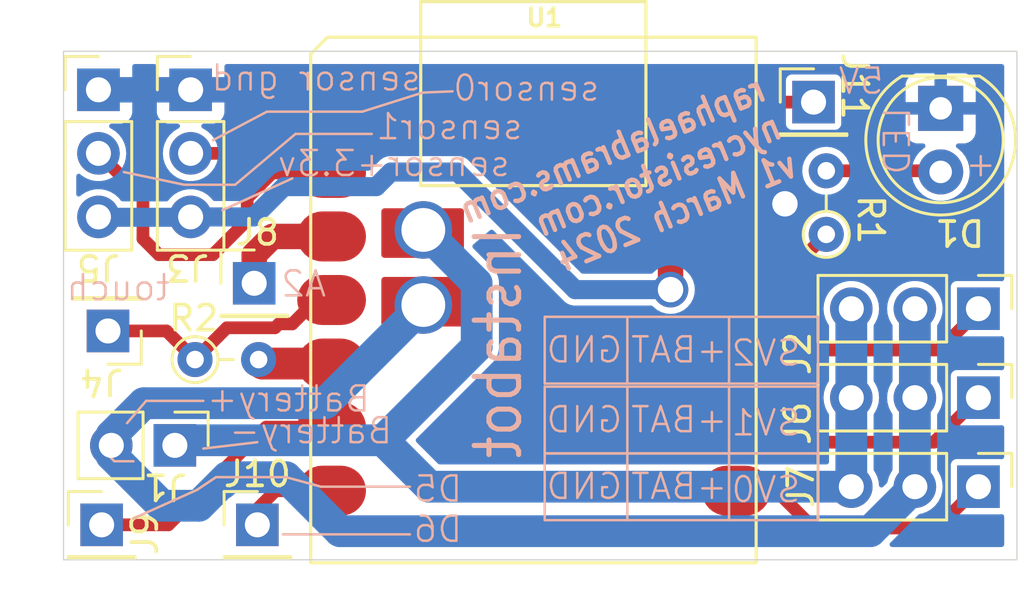
<source format=kicad_pcb>
(kicad_pcb (version 20240108) (generator "pcbnew") (generator_version "8.0")
  (layers (0 "F.Cu" signal) (31 "B.Cu" signal) (34 "B.Paste" user) (35 "F.Paste" user) (36 "B.SilkS" user "B.Silkscreen") (37 "F.SilkS" user "F.Silkscreen") (38 "B.Mask" user) (39 "F.Mask" user) (44 "Edge.Cuts" user))
  (net 0 "")
  (net 1 "GND")
  (net 2 "Net-(D1-A)")
  (net 3 "+BATT")
  (net 4 "+3.3V")
  (net 5 "/battery-")
  (net 6 "/servo2")
  (net 7 "/sensor0")
  (net 8 "/touch")
  (net 9 "/sensor1")
  (net 10 "/servo1")
  (net 11 "/servo0")
  (net 12 "/A2")
  (net 13 "/D5")
  (net 14 "/D6")
  (net 15 "/5V")
  (net 16 "/led")
  (net 17 "/touch_send")
  (footprint "Connector_PinHeader_2.54mm:PinHeader_1x03_P2.54mm_Vertical" (layer "F.Cu") (at 156.226 83.443 -90)
    (property "Reference" "J6" (at 1.023 7.224 90) (layer "F.SilkS"))
    (property "Value" "SERVO_1")
    (fp_line (start -1.33 6.41) (end 1.33 6.41) (stroke (width 0.12)) (layer "F.SilkS"))
    (fp_line (start -1.33 1.27) (end -1.33 6.41) (stroke (width 0.12)) (layer "F.SilkS"))
    (fp_line (start -1.33 1.27) (end 1.33 1.27) (stroke (width 0.12)) (layer "F.SilkS"))
    (fp_line (start 1.33 1.27) (end 1.33 6.41) (stroke (width 0.12)) (layer "F.SilkS"))
    (fp_line (start -1.33 0) (end -1.33 -1.33) (stroke (width 0.12)) (layer "F.SilkS"))
    (fp_line (start -1.33 -1.33) (end 0 -1.33) (stroke (width 0.12)) (layer "F.SilkS"))
    (pad "1" thru_hole rect (at 0 0 270) (size 1.7 1.7) (drill 1) (layers "*.Cu" "*.Mask") (net 10 "/servo1"))
    (pad "2" thru_hole oval (at 0 2.54 270) (size 1.7 1.7) (drill 1) (layers "*.Cu" "*.Mask") (net 3 "+BATT"))
    (pad "3" thru_hole oval (at 0 5.08 270) (size 1.7 1.7) (drill 1) (layers "*.Cu" "*.Mask") (net 5 "/battery-"))
  )
  (footprint "Connector_PinHeader_2.54mm:PinHeader_1x01_P2.54mm_Vertical" (layer "F.Cu") (at 127.285 78.871)
    (property "Reference" "J8" (at 0.127 -2.032 0) (layer "F.SilkS"))
    (property "Value" "D2/A2")
    (fp_line (start -1.33 -1.33) (end 0 -1.33) (stroke (width 0.12)) (layer "F.SilkS"))
    (fp_line (start -1.33 0) (end -1.33 -1.33) (stroke (width 0.12)) (layer "F.SilkS"))
    (fp_line (start -1.33 1.27) (end -1.33 1.33) (stroke (width 0.12)) (layer "F.SilkS"))
    (fp_line (start -1.33 1.27) (end 1.33 1.27) (stroke (width 0.12)) (layer "F.SilkS"))
    (fp_line (start -1.33 1.33) (end 1.33 1.33) (stroke (width 0.12)) (layer "F.SilkS"))
    (fp_line (start 1.33 1.27) (end 1.33 1.33) (stroke (width 0.12)) (layer "F.SilkS"))
    (pad "1" thru_hole rect (at 0 0) (size 1.7 1.7) (drill 1) (layers "*.Cu" "*.Mask") (net 12 "/A2"))
  )
  (footprint "Connector_PinHeader_2.54mm:PinHeader_1x02_P2.54mm_Vertical" (layer "F.Cu") (at 124.115 85.348 -90)
    (property "Reference" "J1" (at 1.651 0.386 180) (layer "F.SilkS"))
    (property "Value" "BATTERY")
    (fp_line (start -1.33 3.87) (end 1.33 3.87) (stroke (width 0.12)) (layer "F.SilkS"))
    (fp_line (start -1.33 1.27) (end -1.33 3.87) (stroke (width 0.12)) (layer "F.SilkS"))
    (fp_line (start -1.33 1.27) (end 1.33 1.27) (stroke (width 0.12)) (layer "F.SilkS"))
    (fp_line (start 1.33 1.27) (end 1.33 3.87) (stroke (width 0.12)) (layer "F.SilkS"))
    (fp_line (start -1.33 0) (end -1.33 -1.33) (stroke (width 0.12)) (layer "F.SilkS"))
    (fp_line (start -1.33 -1.33) (end 0 -1.33) (stroke (width 0.12)) (layer "F.SilkS"))
    (pad "1" thru_hole rect (at 0 0 270) (size 1.7 1.7) (drill 1) (layers "*.Cu" "*.Mask") (net 5 "/battery-"))
    (pad "2" thru_hole oval (at 0 2.54 270) (size 1.7 1.7) (drill 1) (layers "*.Cu" "*.Mask") (net 3 "+BATT"))
  )
  (footprint "Connector_PinHeader_2.54mm:PinHeader_1x01_P2.54mm_Vertical" (layer "F.Cu") (at 121.189 88.523)
    (property "Reference" "J9" (at 1.7272 0.3556 90) (layer "F.SilkS"))
    (property "Value" "D5")
    (fp_line (start -1.33 -1.33) (end 0 -1.33) (stroke (width 0.12)) (layer "F.SilkS"))
    (fp_line (start -1.33 0) (end -1.33 -1.33) (stroke (width 0.12)) (layer "F.SilkS"))
    (fp_line (start -1.33 1.27) (end -1.33 1.33) (stroke (width 0.12)) (layer "F.SilkS"))
    (fp_line (start -1.33 1.27) (end 1.33 1.27) (stroke (width 0.12)) (layer "F.SilkS"))
    (fp_line (start -1.33 1.33) (end 1.33 1.33) (stroke (width 0.12)) (layer "F.SilkS"))
    (fp_line (start 1.33 1.27) (end 1.33 1.33) (stroke (width 0.12)) (layer "F.SilkS"))
    (pad "1" thru_hole rect (at 0 0) (size 1.7 1.7) (drill 1) (layers "*.Cu" "*.Mask") (net 13 "/D5"))
  )
  (footprint "xiao esp32c3:MOUDLE14P-SMD-2.54-21X17.8MM_1_with_battery_pads" (layer "F.Cu") (at 129.5435 90.03925)
    (property "Reference" "U1" (at 9.3345 -21.7805 0) (layer "F.SilkS") (effects (font (size 0.7 0.7))))
    (property "Value" "MODULE-SEEEDUINO-XIAO-ESP32C3")
    (fp_line (start 0 -20.3285) (end 0 0) (stroke (width 0.127)) (layer "F.SilkS"))
    (fp_line (start 0 0) (end 17.8 0) (stroke (width 0.127)) (layer "F.SilkS"))
    (fp_line (start 0.671541 -21) (end 0 -20.3285) (stroke (width 0.127)) (layer "F.SilkS"))
    (fp_line (start 4.396 -15.072) (end 4.396 -22.425) (stroke (width 0.127)) (layer "F.SilkS"))
    (fp_line (start 4.4 -22.424) (end 13.395 -22.424) (stroke (width 0.127)) (layer "F.SilkS"))
    (fp_line (start 13.395 -22.424) (end 13.395 -15.072) (stroke (width 0.127)) (layer "F.SilkS"))
    (fp_line (start 13.395 -15.072) (end 4.396 -15.072) (stroke (width 0.127)) (layer "F.SilkS"))
    (fp_line (start 17.8 -21) (end 0.671541 -21) (stroke (width 0.127)) (layer "F.SilkS"))
    (fp_line (start 17.8 0) (end 17.8 -21) (stroke (width 0.127)) (layer "F.SilkS"))
    (pad "1" smd roundrect (at 0.835 -18.12) (size 2.75 2) (layers "F.Cu" "F.Paste" "F.Mask") (roundrect_rratio 0.5) (net 7 "/sensor0"))
    (pad "2" smd roundrect (at 0.835 -15.58) (size 2.75 2) (layers "F.Cu" "F.Paste" "F.Mask") (roundrect_rratio 0.5) (net 9 "/sensor1"))
    (pad "3" smd roundrect (at 0.835 -13.04) (size 2.75 2) (layers "F.Cu" "F.Paste" "F.Mask") (roundrect_rratio 0.5) (net 12 "/A2"))
    (pad "4" smd roundrect (at 0.835 -10.5) (size 2.75 2) (layers "F.Cu" "F.Paste" "F.Mask") (roundrect_rratio 0.5) (net 8 "/touch"))
    (pad "5" smd roundrect (at 0.835 -7.96) (size 2.75 2) (layers "F.Cu" "F.Paste" "F.Mask") (roundrect_rratio 0.5) (net 17 "/touch_send"))
    (pad "6" smd roundrect (at 0.835 -5.42) (size 2.75 2) (layers "F.Cu" "F.Paste" "F.Mask") (roundrect_rratio 0.5) (net 13 "/D5"))
    (pad "7" smd roundrect (at 0.835 -2.88) (size 2.75 2) (layers "F.Cu" "F.Paste" "F.Mask") (roundrect_rratio 0.5) (net 14 "/D6"))
    (pad "8" smd roundrect (at 17 -2.88) (size 2.75 2) (layers "F.Cu" "F.Paste" "F.Mask") (roundrect_rratio 0.5) (net 11 "/servo0"))
    (pad "9" smd roundrect (at 17 -5.42) (size 2.75 2) (layers "F.Cu" "F.Paste" "F.Mask") (roundrect_rratio 0.5) (net 10 "/servo1"))
    (pad "10" smd roundrect (at 17 -7.96) (size 2.75 2) (layers "F.Cu" "F.Paste" "F.Mask") (roundrect_rratio 0.5) (net 6 "/servo2"))
    (pad "11" smd roundrect (at 17 -10.5) (size 2.75 2) (layers "F.Cu" "F.Paste" "F.Mask") (roundrect_rratio 0.5) (net 16 "/led"))
    (pad "12" smd roundrect (at 17 -13.04) (size 2.75 2) (layers "F.Cu" "F.Paste" "F.Mask") (roundrect_rratio 0.5) (net 4 "+3.3V"))
    (pad "13" smd roundrect (at 17 -15.58) (size 2.75 2) (layers "F.Cu" "F.Paste" "F.Mask") (roundrect_rratio 0.5) (net 1 "GND"))
    (pad "14" smd roundrect (at 17 -18.12) (size 2.75 2) (layers "F.Cu" "F.Paste" "F.Mask") (roundrect_rratio 0.5) (net 15 "/5V"))
    (pad "15" thru_hole circle (at 4.5 -13.3) (size 2.3 2.3) (drill 1.75) (layers "*.Cu" "*.Mask") (net 5 "/battery-"))
    (pad "16" thru_hole circle (at 4.5 -10.3) (size 2.3 2.3) (drill 1.75) (layers "*.Cu" "*.Mask") (net 3 "+BATT"))
    (zone (net 0) (net_name "") (layer "F.Cu") (connect_pads (clearance 0)) (min_thickness 0.01)
      (keepout (tracks not_allowed) (vias not_allowed) (pads not_allowed) (copperpour not_allowed) (footprints allowed))
      (fill (thermal_gap 0.508) (thermal_bridge_width 0.508))
      (polygon (pts (xy 133.2265 68.95725) (xy 135.0045 68.95725) (xy 135.0045 71.62425) (xy 133.2265 71.62425)))
    )
    (zone (net 0) (net_name "") (layer "F.Cu") (connect_pads (clearance 0)) (min_thickness 0.01)
      (keepout (tracks not_allowed) (vias not_allowed) (pads not_allowed) (copperpour not_allowed) (footprints allowed))
      (fill (thermal_gap 0.508) (thermal_bridge_width 0.508))
      (polygon (pts (xy 133.2265 73.02125) (xy 135.0045 73.02125) (xy 135.0045 75.68825) (xy 133.2265 75.68825)))
    )
    (zone (net 0) (net_name "") (layer "F.Cu") (connect_pads (clearance 0)) (min_thickness 0.01)
      (keepout (tracks not_allowed) (vias not_allowed) (pads not_allowed) (copperpour not_allowed) (footprints allowed))
      (fill (thermal_gap 0.508) (thermal_bridge_width 0.508))
      (polygon (pts (xy 135.8935 69.71925) (xy 141.1005 69.71925) (xy 141.1005 76.70425) (xy 135.8935 76.70425)))
    )
    (zone (net 0) (net_name "") (layer "F.Cu") (connect_pads (clearance 0)) (min_thickness 0.01)
      (keepout (tracks not_allowed) (vias not_allowed) (pads not_allowed) (copperpour not_allowed) (footprints allowed))
      (fill (thermal_gap 0.508) (thermal_bridge_width 0.508))
      (polygon (pts (xy 135.8935 86.86425) (xy 141.6085 86.86425) (xy 141.6085 89.40425) (xy 135.8935 89.40425)))
    )
    (zone (net 0) (net_name "") (layer "F.Cu") (connect_pads (clearance 0)) (min_thickness 0.01)
      (keepout (tracks not_allowed) (vias not_allowed) (pads not_allowed) (copperpour not_allowed) (footprints allowed))
      (fill (thermal_gap 0.508) (thermal_bridge_width 0.508))
      (polygon (pts (xy 139.3225 78.73625) (xy 142.3705 78.73625) (xy 142.3705 81.78425) (xy 139.3225 81.78425)))
    )
    (zone (net 0) (net_name "") (layer "F.Cu") (connect_pads (clearance 0)) (min_thickness 0.01)
      (keepout (tracks not_allowed) (vias not_allowed) (pads not_allowed) (copperpour not_allowed) (footprints allowed))
      (fill (thermal_gap 0.508) (thermal_bridge_width 0.508))
      (polygon (pts (xy 141.8625 68.95725) (xy 143.6405 68.95725) (xy 143.6405 71.62425) (xy 141.8625 71.62425)))
    )
    (zone (net 0) (net_name "") (layer "F.Cu") (connect_pads (clearance 0)) (min_thickness 0.01)
      (keepout (tracks not_allowed) (vias not_allowed) (pads not_allowed) (copperpour not_allowed) (footprints allowed))
      (fill (thermal_gap 0.508) (thermal_bridge_width 0.508))
      (polygon (pts (xy 141.8625 73.02125) (xy 143.6405 73.02125) (xy 143.6405 75.68825) (xy 141.8625 75.68825)))
    )
  )
  (footprint "LED_THT:LED_D5.0mm" (layer "F.Cu") (at 154.717 71.881 -90)
    (property "Reference" "D1" (at 4.958 -0.762 180) (layer "F.SilkS"))
    (property "Value" "LED")
    (fp_line (start -1.29 -1.545) (end -1.29 1.545) (stroke (width 0.12)) (layer "F.SilkS"))
    (fp_arc (start 4.26 -0.000462) (mid 2.072002 2.880433) (end -1.29 1.54483) (stroke (width 0.12)) (layer "F.SilkS"))
    (fp_arc (start -1.29 -1.54483) (mid 2.072002 -2.880433) (end 4.26 0.000462) (stroke (width 0.12)) (layer "F.SilkS"))
    (fp_circle (center 1.27 0) (end 3.77 0) (stroke (width 0.12)) (fill none) (layer "F.SilkS"))
    (pad "1" thru_hole rect (at 0 0 270) (size 1.8 1.8) (drill 0.9) (layers "*.Cu" "*.Mask") (net 1 "GND"))
    (pad "2" thru_hole circle (at 2.54 0 270) (size 1.8 1.8) (drill 0.9) (layers "*.Cu" "*.Mask") (net 2 "Net-(D1-A)"))
  )
  (footprint "Connector_PinHeader_2.54mm:PinHeader_1x03_P2.54mm_Vertical" (layer "F.Cu") (at 156.226 79.887 -90)
    (property "Reference" "J2" (at 1.7885 7.224 90) (layer "F.SilkS"))
    (property "Value" "SERVO_2")
    (fp_line (start -1.33 6.41) (end 1.33 6.41) (stroke (width 0.12)) (layer "F.SilkS"))
    (fp_line (start -1.33 1.27) (end -1.33 6.41) (stroke (width 0.12)) (layer "F.SilkS"))
    (fp_line (start -1.33 1.27) (end 1.33 1.27) (stroke (width 0.12)) (layer "F.SilkS"))
    (fp_line (start 1.33 1.27) (end 1.33 6.41) (stroke (width 0.12)) (layer "F.SilkS"))
    (fp_line (start -1.33 0) (end -1.33 -1.33) (stroke (width 0.12)) (layer "F.SilkS"))
    (fp_line (start -1.33 -1.33) (end 0 -1.33) (stroke (width 0.12)) (layer "F.SilkS"))
    (pad "1" thru_hole rect (at 0 0 270) (size 1.7 1.7) (drill 1) (layers "*.Cu" "*.Mask") (net 6 "/servo2"))
    (pad "2" thru_hole oval (at 0 2.54 270) (size 1.7 1.7) (drill 1) (layers "*.Cu" "*.Mask") (net 3 "+BATT"))
    (pad "3" thru_hole oval (at 0 5.08 270) (size 1.7 1.7) (drill 1) (layers "*.Cu" "*.Mask") (net 5 "/battery-"))
  )
  (footprint "Connector_PinHeader_2.54mm:PinHeader_1x01_P2.54mm_Vertical" (layer "F.Cu") (at 121.443 80.776 180)
    (property "Reference" "J4" (at 0.254 -2.032 180) (layer "F.SilkS"))
    (property "Value" "TOUCH")
    (fp_line (start 1.33 1.27) (end 1.33 1.33) (stroke (width 0.12)) (layer "F.SilkS"))
    (fp_line (start -1.33 1.33) (end 1.33 1.33) (stroke (width 0.12)) (layer "F.SilkS"))
    (fp_line (start -1.33 1.27) (end 1.33 1.27) (stroke (width 0.12)) (layer "F.SilkS"))
    (fp_line (start -1.33 1.27) (end -1.33 1.33) (stroke (width 0.12)) (layer "F.SilkS"))
    (fp_line (start -1.33 0) (end -1.33 -1.33) (stroke (width 0.12)) (layer "F.SilkS"))
    (fp_line (start -1.33 -1.33) (end 0 -1.33) (stroke (width 0.12)) (layer "F.SilkS"))
    (pad "1" thru_hole rect (at 0 0 180) (size 1.7 1.7) (drill 1) (layers "*.Cu" "*.Mask") (net 8 "/touch"))
  )
  (footprint "Connector_PinHeader_2.54mm:PinHeader_1x03_P2.54mm_Vertical" (layer "F.Cu") (at 121.062 71.139)
    (property "Reference" "J5" (at 0 7.097 180) (layer "F.SilkS"))
    (property "Value" "SENSOR_1")
    (fp_line (start -1.33 -1.33) (end 0 -1.33) (stroke (width 0.12)) (layer "F.SilkS"))
    (fp_line (start -1.33 0) (end -1.33 -1.33) (stroke (width 0.12)) (layer "F.SilkS"))
    (fp_line (start -1.33 1.27) (end -1.33 6.41) (stroke (width 0.12)) (layer "F.SilkS"))
    (fp_line (start -1.33 1.27) (end 1.33 1.27) (stroke (width 0.12)) (layer "F.SilkS"))
    (fp_line (start -1.33 6.41) (end 1.33 6.41) (stroke (width 0.12)) (layer "F.SilkS"))
    (fp_line (start 1.33 1.27) (end 1.33 6.41) (stroke (width 0.12)) (layer "F.SilkS"))
    (pad "1" thru_hole rect (at 0 0) (size 1.7 1.7) (drill 1) (layers "*.Cu" "*.Mask") (net 1 "GND"))
    (pad "2" thru_hole oval (at 0 2.54) (size 1.7 1.7) (drill 1) (layers "*.Cu" "*.Mask") (net 9 "/sensor1"))
    (pad "3" thru_hole oval (at 0 5.08) (size 1.7 1.7) (drill 1) (layers "*.Cu" "*.Mask") (net 4 "+3.3V"))
  )
  (footprint "Connector_PinHeader_2.54mm:PinHeader_1x01_P2.54mm_Vertical" (layer "F.Cu") (at 127.412 88.523)
    (property "Reference" "J10" (at 0 -2.032 0) (layer "F.SilkS"))
    (property "Value" "D6")
    (fp_line (start -1.33 -1.33) (end 0 -1.33) (stroke (width 0.12)) (layer "F.SilkS"))
    (fp_line (start -1.33 0) (end -1.33 -1.33) (stroke (width 0.12)) (layer "F.SilkS"))
    (fp_line (start -1.33 1.27) (end -1.33 1.33) (stroke (width 0.12)) (layer "F.SilkS"))
    (fp_line (start -1.33 1.27) (end 1.33 1.27) (stroke (width 0.12)) (layer "F.SilkS"))
    (fp_line (start -1.33 1.33) (end 1.33 1.33) (stroke (width 0.12)) (layer "F.SilkS"))
    (fp_line (start 1.33 1.27) (end 1.33 1.33) (stroke (width 0.12)) (layer "F.SilkS"))
    (pad "1" thru_hole rect (at 0 0) (size 1.7 1.7) (drill 1) (layers "*.Cu" "*.Mask") (net 14 "/D6"))
  )
  (footprint "Connector_PinHeader_2.54mm:PinHeader_1x03_P2.54mm_Vertical" (layer "F.Cu") (at 156.226 86.999 -90)
    (property "Reference" "J7" (at 0 7.097 90) (layer "F.SilkS"))
    (property "Value" "SERVO_0")
    (fp_line (start -1.33 6.41) (end 1.33 6.41) (stroke (width 0.12)) (layer "F.SilkS"))
    (fp_line (start -1.33 1.27) (end -1.33 6.41) (stroke (width 0.12)) (layer "F.SilkS"))
    (fp_line (start -1.33 1.27) (end 1.33 1.27) (stroke (width 0.12)) (layer "F.SilkS"))
    (fp_line (start 1.33 1.27) (end 1.33 6.41) (stroke (width 0.12)) (layer "F.SilkS"))
    (fp_line (start -1.33 0) (end -1.33 -1.33) (stroke (width 0.12)) (layer "F.SilkS"))
    (fp_line (start -1.33 -1.33) (end 0 -1.33) (stroke (width 0.12)) (layer "F.SilkS"))
    (pad "1" thru_hole rect (at 0 0 270) (size 1.7 1.7) (drill 1) (layers "*.Cu" "*.Mask") (net 11 "/servo0"))
    (pad "2" thru_hole oval (at 0 2.54 270) (size 1.7 1.7) (drill 1) (layers "*.Cu" "*.Mask") (net 3 "+BATT"))
    (pad "3" thru_hole oval (at 0 5.08 270) (size 1.7 1.7) (drill 1) (layers "*.Cu" "*.Mask") (net 5 "/battery-"))
  )
  (footprint "Resistor_THT:R_Axial_DIN0204_L3.6mm_D1.6mm_P2.54mm_Vertical" (layer "F.Cu") (at 124.922 81.919)
    (property "Reference" "R2" (at -0.05 -1.651 0) (layer "F.SilkS"))
    (property "Value" "1M")
    (fp_line (start 0.92 0) (end 1.54 0) (stroke (width 0.12)) (layer "F.SilkS"))
    (fp_circle (center 0 0) (end 0.92 0) (stroke (width 0.12)) (fill none) (layer "F.SilkS"))
    (pad "1" thru_hole circle (at 0 0) (size 1.4 1.4) (drill 0.7) (layers "*.Cu" "*.Mask") (net 8 "/touch"))
    (pad "2" thru_hole oval (at 2.54 0) (size 1.4 1.4) (drill 0.7) (layers "*.Cu" "*.Mask") (net 17 "/touch_send"))
  )
  (footprint "Resistor_THT:R_Axial_DIN0204_L3.6mm_D1.6mm_P2.54mm_Vertical" (layer "F.Cu") (at 150.145 76.916 90)
    (property "Reference" "R1" (at 0.585 1.778 270) (layer "F.SilkS"))
    (property "Value" "1K")
    (fp_line (start 0.92 0) (end 1.54 0) (stroke (width 0.12)) (layer "F.SilkS"))
    (fp_circle (center 0 0) (end 0.92 0) (stroke (width 0.12)) (fill none) (layer "F.SilkS"))
    (pad "1" thru_hole circle (at 0 0 90) (size 1.4 1.4) (drill 0.7) (layers "*.Cu" "*.Mask") (net 16 "/led"))
    (pad "2" thru_hole oval (at 2.54 0 90) (size 1.4 1.4) (drill 0.7) (layers "*.Cu" "*.Mask") (net 2 "Net-(D1-A)"))
  )
  (footprint "Connector_PinHeader_2.54mm:PinHeader_1x03_P2.54mm_Vertical" (layer "F.Cu") (at 124.745 71.139)
    (property "Reference" "J3" (at -0.127 7.097 180) (layer "F.SilkS"))
    (property "Value" "SENSOR_0")
    (fp_line (start -1.33 -1.33) (end 0 -1.33) (stroke (width 0.12)) (layer "F.SilkS"))
    (fp_line (start -1.33 0) (end -1.33 -1.33) (stroke (width 0.12)) (layer "F.SilkS"))
    (fp_line (start -1.33 1.27) (end -1.33 6.41) (stroke (width 0.12)) (layer "F.SilkS"))
    (fp_line (start -1.33 1.27) (end 1.33 1.27) (stroke (width 0.12)) (layer "F.SilkS"))
    (fp_line (start -1.33 6.41) (end 1.33 6.41) (stroke (width 0.12)) (layer "F.SilkS"))
    (fp_line (start 1.33 1.27) (end 1.33 6.41) (stroke (width 0.12)) (layer "F.SilkS"))
    (pad "1" thru_hole rect (at 0 0) (size 1.7 1.7) (drill 1) (layers "*.Cu" "*.Mask") (net 1 "GND"))
    (pad "2" thru_hole oval (at 0 2.54) (size 1.7 1.7) (drill 1) (layers "*.Cu" "*.Mask") (net 7 "/sensor0"))
    (pad "3" thru_hole oval (at 0 5.08) (size 1.7 1.7) (drill 1) (layers "*.Cu" "*.Mask") (net 4 "+3.3V"))
  )
  (footprint "Connector_PinHeader_2.54mm:PinHeader_1x01_P2.54mm_Vertical" (layer "F.Cu") (at 149.637 71.632)
    (property "Reference" "J11" (at 1.651 -0.635002 -90) (layer "F.SilkS"))
    (property "Value" "5V")
    (fp_line (start -1.33 -1.33) (end 0 -1.33) (stroke (width 0.12)) (layer "F.SilkS"))
    (fp_line (start -1.33 0) (end -1.33 -1.33) (stroke (width 0.12)) (layer "F.SilkS"))
    (fp_line (start -1.33 1.27) (end -1.33 1.33) (stroke (width 0.12)) (layer "F.SilkS"))
    (fp_line (start -1.33 1.27) (end 1.33 1.27) (stroke (width 0.12)) (layer "F.SilkS"))
    (fp_line (start -1.33 1.33) (end 1.33 1.33) (stroke (width 0.12)) (layer "F.SilkS"))
    (fp_line (start 1.33 1.27) (end 1.33 1.33) (stroke (width 0.12)) (layer "F.SilkS"))
    (pad "1" thru_hole rect (at 0 0) (size 1.7 1.7) (drill 1) (layers "*.Cu" "*.Mask") (net 15 "/5V"))
  )
  (gr_line (start 134.016 71.251) (end 135.2098 71.2002) (stroke (width 0.1)) (layer "B.SilkS"))
  (gr_line (start 127.793 72.013) (end 125.634 73.156) (stroke (width 0.1)) (layer "B.SilkS"))
  (gr_line (start 127.412 85.221) (end 125.253 85.475) (stroke (width 0.1)) (layer "B.SilkS"))
  (gr_line (start 122.459 85.983) (end 121.697 85.983) (stroke (width 0.1)) (layer "B.SilkS"))
  (gr_line (start 149.816 85.669) (end 149.816 83.002) (stroke (width 0.1)) (layer "B.SilkS"))
  (gr_line (start 128.936 72.902) (end 131.984 72.902) (stroke (width 0.1)) (layer "B.SilkS"))
  (gr_line (start 133.508 88.904) (end 128.428 88.904) (stroke (width 0.1)) (layer "B.SilkS"))
  (gr_line (start 122.967 83.57) (end 122.205 84.459) (stroke (width 0.1)) (layer "B.SilkS"))
  (gr_line (start 131.603 72.013) (end 134.016 71.251) (stroke (width 0.1)) (layer "B.SilkS"))
  (gr_line (start 126.523 74.934) (end 128.936 72.902) (stroke (width 0.1)) (layer "B.SilkS"))
  (gr_line (start 124.491 74.934) (end 122.078 74.426) (stroke (width 0.1)) (layer "B.SilkS"))
  (gr_line (start 138.894 83.002) (end 138.894 85.669) (stroke (width 0.1)) (layer "B.SilkS"))
  (gr_line (start 149.816 83.002) (end 138.894 83.002) (stroke (width 0.1)) (layer "B.SilkS"))
  (gr_line (start 124.999 87.126) (end 122.459 88.269) (stroke (width 0.1)) (layer "B.SilkS"))
  (gr_line (start 128.555 86.618) (end 125.761 86.618) (stroke (width 0.1)) (layer "B.SilkS"))
  (gr_line (start 124.491 74.934) (end 126.523 74.934) (stroke (width 0.1)) (layer "B.SilkS"))
  (gr_line (start 138.894 88.336) (end 149.816 88.336) (stroke (width 0.1)) (layer "B.SilkS"))
  (gr_line (start 146.26 80.2115) (end 146.26 82.8785) (stroke (width 0.1)) (layer "B.SilkS"))
  (gr_line (start 127.793 72.013) (end 131.603 72.013) (stroke (width 0.1)) (layer "B.SilkS"))
  (gr_line (start 138.894 80.2115) (end 138.894 82.8785) (stroke (width 0.1)) (layer "B.SilkS"))
  (gr_line (start 129.952 86.999) (end 128.555 86.618) (stroke (width 0.1)) (layer "B.SilkS"))
  (gr_line (start 149.816 85.669) (end 138.894 85.669) (stroke (width 0.1)) (layer "B.SilkS"))
  (gr_line (start 149.816 82.8785) (end 149.816 80.2115) (stroke (width 0.1)) (layer "B.SilkS"))
  (gr_line (start 146.26 83.002) (end 146.26 85.669) (stroke (width 0.1)) (layer "B.SilkS"))
  (gr_line (start 128.809 74.68) (end 126.015 75.95) (stroke (width 0.1)) (layer "B.SilkS"))
  (gr_line (start 121.697 85.983) (end 121.316 85.602) (stroke (width 0.1)) (layer "B.SilkS"))
  (gr_line (start 125.761 86.618) (end 124.999 87.126) (stroke (width 0.1)) (layer "B.SilkS"))
  (gr_line (start 142.196 80.2115) (end 142.196 82.8785) (stroke (width 0.1)) (layer "B.SilkS"))
  (gr_line (start 149.816 88.336) (end 149.816 85.669) (stroke (width 0.1)) (layer "B.SilkS"))
  (gr_line (start 138.894 85.669) (end 138.894 88.336) (stroke (width 0.1)) (layer "B.SilkS"))
  (gr_line (start 142.196 83.002) (end 142.196 85.669) (stroke (width 0.1)) (layer "B.SilkS"))
  (gr_line (start 138.894 85.669) (end 149.816 85.669) (stroke (width 0.1)) (layer "B.SilkS"))
  (gr_line (start 125.253 83.57) (end 122.967 83.57) (stroke (width 0.1)) (layer "B.SilkS"))
  (gr_line (start 142.196 85.669) (end 142.196 88.336) (stroke (width 0.1)) (layer "B.SilkS"))
  (gr_line (start 149.816 80.2115) (end 138.894 80.2115) (stroke (width 0.1)) (layer "B.SilkS"))
  (gr_line (start 133.508 86.999) (end 129.952 86.999) (stroke (width 0.1)) (layer "B.SilkS"))
  (gr_line (start 138.894 82.8785) (end 149.816 82.8785) (stroke (width 0.1)) (layer "B.SilkS"))
  (gr_line (start 146.26 85.669) (end 146.26 88.336) (stroke (width 0.1)) (layer "B.SilkS"))
  (gr_rect (start 119.665 69.6) (end 157.765 89.92) (stroke (width 0.05)) (fill none) (layer "Edge.Cuts"))
  (gr_text "Battery+" (at 131.984 84.078 0) (layer "B.SilkS") (effects (font (size 1 1) (thickness 0.1)) (justify left bottom mirror)))
  (gr_text "touch" (at 123.983 79.633 0) (layer "B.SilkS") (effects (font (size 1 1) (thickness 0.1)) (justify left bottom mirror)))
  (gr_text "A2" (at 130.2314 79.4806 0) (layer "B.SilkS") (effects (font (size 1 1) (thickness 0.1)) (justify left bottom mirror)))
  (gr_text "sensor+3.3v\n\n" (at 137.572 76.2802 0) (layer "B.SilkS") (effects (font (size 1 1) (thickness 0.1)) (justify left bottom mirror)))
  (gr_text "Instabot" (at 138.08 76.5088 90) (layer "B.SilkS") (effects (font (size 1.778 1.524) (thickness 0.2032)) (justify left bottom mirror)))
  (gr_text "+BAT" (at 146.26 82.1165 0) (layer "B.SilkS") (effects (font (size 1 1) (thickness 0.1)) (justify left bottom mirror)))
  (gr_text "GND" (at 142.069 87.574 0) (layer "B.SilkS") (effects (font (size 1 1) (thickness 0.1)) (justify left bottom mirror)))
  (gr_text "5V" (at 152.5072 71.378 0) (layer "B.SilkS") (effects (font (size 1 1) (thickness 0.1)) (justify left bottom mirror)))
  (gr_text "sensor0\n" (at 141.1534 71.6574 0) (layer "B.SilkS") (effects (font (size 1 1) (thickness 0.1)) (justify left bottom mirror)))
  (gr_text "LED\n" (at 153.574 71.759 90) (layer "B.SilkS") (effects (font (size 1 1) (thickness 0.1)) (justify left bottom mirror)))
  (gr_text "D5\nD6\n" (at 135.667 89.285 0) (layer "B.SilkS") (effects (font (size 1 1) (thickness 0.1)) (justify left bottom mirror)))
  (gr_text "+" (at 157.003 74.68 0) (layer "B.SilkS") (effects (font (size 1 1) (thickness 0.1)) (justify left bottom mirror)))
  (gr_text "Battery-\n" (at 132.873 85.348 0) (layer "B.SilkS") (effects (font (size 1 1) (thickness 0.1)) (justify left bottom mirror)))
  (gr_text "SV0" (at 149.181 87.701 0) (layer "B.SilkS") (effects (font (size 1 1) (thickness 0.1)) (justify left bottom mirror)))
  (gr_text "+BAT" (at 146.26 87.574 0) (layer "B.SilkS") (effects (font (size 1 1) (thickness 0.1)) (justify left bottom mirror)))
  (gr_text "GND" (at 142.069 84.907 0) (layer "B.SilkS") (effects (font (size 1 1) (thickness 0.1)) (justify left bottom mirror)))
  (gr_text "SV2" (at 149.181 82.2435 0) (layer "B.SilkS") (effects (font (size 1 1) (thickness 0.1)) (justify left bottom mirror)))
  (gr_text "raphaelabrams.com\nnycresistor.com\nv1 March 2024" (at 149.2052 74.553 22.5) (layer "B.SilkS") (effects (font (size 1.016 0.889) (thickness 0.1778) (bold yes)) (justify left bottom mirror)))
  (gr_text "+BAT" (at 146.26 84.907 0) (layer "B.SilkS") (effects (font (size 1 1) (thickness 0.1)) (justify left bottom mirror)))
  (gr_text "sensor1\n\n" (at 138.08 74.807 0) (layer "B.SilkS") (effects (font (size 1 1) (thickness 0.1)) (justify left bottom mirror)))
  (gr_text "sensor gnd\n" (at 134.016 71.251 0) (layer "B.SilkS") (effects (font (size 1 1) (thickness 0.1)) (justify left bottom mirror)))
  (gr_text "GND" (at 142.069 82.1165 0) (layer "B.SilkS") (effects (font (size 1 1) (thickness 0.1)) (justify left bottom mirror)))
  (gr_text "SV1" (at 149.181 85.034 0) (layer "B.SilkS") (effects (font (size 1 1) (thickness 0.1)) (justify left bottom mirror)))
  (segment (start 148.494 74.807) (end 148.494 75.696) (width 1.016) (layer "F.Cu") (net 1))
  (segment (start 148.14625 74.45925) (end 148.494 74.807) (width 1.016) (layer "F.Cu") (net 1))
  (segment (start 146.5435 74.45925) (end 148.14625 74.45925) (width 1.016) (layer "F.Cu") (net 1))
  (via (at 148.494 75.696) (size 1.4224) (drill 1.016) (layers "F.Cu" "B.Cu") (net 1))
  (segment (start 124.745 71.139) (end 126.9144 71.139) (width 1.016) (layer "B.Cu") (net 1))
  (segment (start 126.9144 71.139) (end 126.9294 71.124) (width 1.016) (layer "B.Cu") (net 1))
  (segment (start 121.062 71.139) (end 124.745 71.139) (width 1.016) (layer "B.Cu") (net 1))
  (segment (start 154.672 74.376) (end 154.717 74.421) (width 0.508) (layer "F.Cu") (net 2))
  (segment (start 150.145 74.376) (end 154.672 74.376) (width 0.508) (layer "F.Cu") (net 2))
  (segment (start 130.11975 83.663) (end 122.874 83.663) (width 1.27) (layer "B.Cu") (net 3))
  (segment (start 123.602 87.761) (end 121.575 85.734) (width 1.27) (layer "B.Cu") (net 3))
  (segment (start 153.686 83.443) (end 153.686 79.887) (width 1.27) (layer "B.Cu") (net 3))
  (segment (start 121.575 84.962) (end 121.575 85.348) (width 1.27) (layer "B.Cu") (net 3))
  (segment (start 130.714 88.777) (end 128.5582 86.6212) (width 1.27) (layer "B.Cu") (net 3))
  (segment (start 122.874 83.663) (end 121.575 84.962) (width 1.27) (layer "B.Cu") (net 3))
  (segment (start 128.5582 86.6212) (end 126.2118 86.6212) (width 1.27) (layer "B.Cu") (net 3))
  (segment (start 126.2118 86.6212) (end 125.072 87.761) (width 1.27) (layer "B.Cu") (net 3))
  (segment (start 121.575 85.734) (end 121.575 85.348) (width 1.27) (layer "B.Cu") (net 3))
  (segment (start 153.686 86.999) (end 153.686 83.443) (width 1.27) (layer "B.Cu") (net 3))
  (segment (start 134.0435 79.73925) (end 130.11975 83.663) (width 1.27) (layer "B.Cu") (net 3))
  (segment (start 151.908 88.777) (end 130.714 88.777) (width 1.27) (layer "B.Cu") (net 3))
  (segment (start 153.686 86.999) (end 151.908 88.777) (width 1.27) (layer "B.Cu") (net 3))
  (segment (start 126.015 86.872) (end 126.2658 86.6212) (width 1.27) (layer "B.Cu") (net 3))
  (segment (start 125.072 87.761) (end 123.602 87.761) (width 1.27) (layer "B.Cu") (net 3))
  (segment (start 146.5435 76.99925) (end 144.90475 76.99925) (width 1.016) (layer "F.Cu") (net 4))
  (segment (start 143.922 77.982) (end 143.922 79.125) (width 1.016) (layer "F.Cu") (net 4))
  (segment (start 144.90475 76.99925) (end 143.922 77.982) (width 1.016) (layer "F.Cu") (net 4))
  (via (at 143.922 79.125) (size 1.4224) (drill 1.016) (layers "F.Cu" "B.Cu") (net 4))
  (segment (start 127.27 76.219) (end 128.48075 75.00825) (width 0.762) (layer "B.Cu") (net 4))
  (segment (start 124.745 76.219) (end 127.27 76.219) (width 0.762) (layer "B.Cu") (net 4))
  (segment (start 124.73 76.234) (end 124.745 76.219) (width 0.762) (layer "B.Cu") (net 4))
  (segment (start 135.413 74.426) (end 140.112 79.125) (width 0.762) (layer "B.Cu") (net 4))
  (segment (start 121.189 76.234) (end 124.73 76.234) (width 0.762) (layer "B.Cu") (net 4))
  (segment (start 128.48075 75.00825) (end 132.16375 75.00825) (width 0.762) (layer "B.Cu") (net 4))
  (segment (start 132.16375 75.00825) (end 132.746 74.426) (width 0.762) (layer "B.Cu") (net 4))
  (segment (start 135.413 74.426) (end 132.746 74.426) (width 0.762) (layer "B.Cu") (net 4))
  (segment (start 140.112 79.125) (end 143.922 79.125) (width 0.762) (layer "B.Cu") (net 4))
  (segment (start 124.3182 85.1448) (end 132.4348 85.1448) (width 1.27) (layer "B.Cu") (net 5))
  (segment (start 136.175 78.87075) (end 134.0435 76.73925) (width 1.27) (layer "B.Cu") (net 5))
  (segment (start 136.175 81.411) (end 136.175 78.87075) (width 1.27) (layer "B.Cu") (net 5))
  (segment (start 151.146 86.999) (end 134.289 86.999) (width 1.27) (layer "B.Cu") (net 5))
  (segment (start 132.438 85.148) (end 136.175 81.411) (width 1.27) (layer "B.Cu") (net 5))
  (segment (start 124.115 85.348) (end 124.3182 85.1448) (width 1.27) (layer "B.Cu") (net 5))
  (segment (start 151.146 86.999) (end 151.146 83.443) (width 1.27) (layer "B.Cu") (net 5))
  (segment (start 134.289 86.999) (end 132.438 85.148) (width 1.27) (layer "B.Cu") (net 5))
  (segment (start 132.4348 85.1448) (end 132.438 85.148) (width 1.27) (layer "B.Cu") (net 5))
  (segment (start 151.146 79.887) (end 151.146 83.443) (width 1.27) (layer "B.Cu") (net 5))
  (segment (start 156.226 79.9782) (end 154.6662 81.538) (width 0.508) (layer "F.Cu") (net 6))
  (segment (start 146.5435 82.07925) (end 148.46075 82.07925) (width 0.508) (layer "F.Cu") (net 6))
  (segment (start 154.6662 81.538) (end 149.002 81.538) (width 0.508) (layer "F.Cu") (net 6))
  (segment (start 149.002 81.538) (end 148.46075 82.07925) (width 0.508) (layer "F.Cu") (net 6))
  (segment (start 156.226 79.887) (end 156.226 79.9782) (width 0.508) (layer "F.Cu") (net 6))
  (segment (start 126.889 73.679) (end 124.745 73.679) (width 0.508) (layer "F.Cu") (net 7))
  (segment (start 130.3785 71.91925) (end 128.64875 71.91925) (width 0.508) (layer "F.Cu") (net 7))
  (segment (start 128.64875 71.91925) (end 126.889 73.679) (width 0.508) (layer "F.Cu") (net 7))
  (segment (start 130.28475 79.633) (end 129.6685 79.633) (width 0.508) (layer "F.Cu") (net 8))
  (segment (start 128.2715 80.4925) (end 128.115 80.649) (width 0.508) (layer "F.Cu") (net 8))
  (segment (start 121.443 80.776) (end 123.779 80.776) (width 0.508) (layer "F.Cu") (net 8))
  (segment (start 129.6685 79.633) (end 128.809 80.4925) (width 0.508) (layer "F.Cu") (net 8))
  (segment (start 128.809 80.4925) (end 128.2715 80.4925) (width 0.508) (layer "F.Cu") (net 8))
  (segment (start 123.779 80.776) (end 124.922 81.919) (width 0.508) (layer "F.Cu") (net 8))
  (segment (start 130.3785 79.53925) (end 130.28475 79.633) (width 0.508) (layer "F.Cu") (net 8))
  (segment (start 128.115 80.649) (end 126.192 80.649) (width 0.508) (layer "F.Cu") (net 8))
  (segment (start 126.192 80.649) (end 124.922 81.919) (width 0.508) (layer "F.Cu") (net 8))
  (segment (start 123.475 77.728) (end 122.84 77.093) (width 0.508) (layer "F.Cu") (net 9))
  (segment (start 130.3785 74.45925) (end 128.01375 74.45925) (width 0.508) (layer "F.Cu") (net 9))
  (segment (start 122.84 77.093) (end 122.84 75.457) (width 0.508) (layer "F.Cu") (net 9))
  (segment (start 122.84 75.457) (end 121.062 73.679) (width 0.508) (layer "F.Cu") (net 9))
  (segment (start 128.01375 74.45925) (end 127.0056 75.4674) (width 0.508) (layer "F.Cu") (net 9))
  (segment (start 127.0056 76.3564) (end 125.634 77.728) (width 0.508) (layer "F.Cu") (net 9))
  (segment (start 127.0056 75.4674) (end 127.0056 76.3564) (width 0.508) (layer "F.Cu") (net 9))
  (segment (start 125.634 77.728) (end 123.475 77.728) (width 0.508) (layer "F.Cu") (net 9))
  (segment (start 149.129 85.221) (end 154.448 85.221) (width 0.508) (layer "F.Cu") (net 10))
  (segment (start 148.52725 84.61925) (end 149.129 85.221) (width 0.508) (layer "F.Cu") (net 10))
  (segment (start 156.226 83.443) (end 154.448 85.221) (width 0.508) (layer "F.Cu") (net 10))
  (segment (start 146.5435 84.61925) (end 148.52725 84.61925) (width 0.508) (layer "F.Cu") (net 10))
  (segment (start 148.14625 87.15925) (end 149.637 88.65) (width 0.508) (layer "F.Cu") (net 11))
  (segment (start 146.5435 87.15925) (end 148.14625 87.15925) (width 0.508) (layer "F.Cu") (net 11))
  (segment (start 154.575 88.65) (end 156.226 86.999) (width 0.508) (layer "F.Cu") (net 11))
  (segment (start 149.637 88.65) (end 154.575 88.65) (width 0.508) (layer "F.Cu") (net 11))
  (segment (start 129.15675 76.99925) (end 130.3785 76.99925) (width 1.016) (layer "F.Cu") (net 12))
  (segment (start 130.3785 76.99925) (end 128.01375 76.99925) (width 1.016) (layer "F.Cu") (net 12))
  (segment (start 128.01375 76.99925) (end 127.285 77.728) (width 1.016) (layer "F.Cu") (net 12))
  (segment (start 127.285 77.728) (end 127.285 78.871) (width 1.016) (layer "F.Cu") (net 12))
  (segment (start 123.856 88.523) (end 121.189 88.523) (width 0.508) (layer "F.Cu") (net 13))
  (segment (start 130.3785 84.61925) (end 127.75975 84.61925) (width 0.508) (layer "F.Cu") (net 13))
  (segment (start 127.75975 84.61925) (end 123.856 88.523) (width 0.508) (layer "F.Cu") (net 13))
  (segment (start 130.3785 87.15925) (end 128.14075 87.15925) (width 0.508) (layer "F.Cu") (net 14))
  (segment (start 127.412 87.888) (end 127.412 88.523) (width 0.508) (layer "F.Cu") (net 14))
  (segment (start 128.14075 87.15925) (end 127.412 87.888) (width 0.508) (layer "F.Cu") (net 14))
  (segment (start 146.83075 71.632) (end 146.5435 71.91925) (width 0.508) (layer "F.Cu") (net 15))
  (segment (start 149.637 71.632) (end 146.83075 71.632) (width 0.508) (layer "F.Cu") (net 15))
  (segment (start 149.0782 78.998) (end 149.0782 77.9828) (width 0.508) (layer "F.Cu") (net 16))
  (segment (start 146.5435 79.53925) (end 148.53695 79.53925) (width 0.508) (layer "F.Cu") (net 16))
  (segment (start 149.0782 77.9828) (end 150.145 76.916) (width 0.508) (layer "F.Cu") (net 16))
  (segment (start 148.53695 79.53925) (end 149.0782 78.998) (width 0.508) (layer "F.Cu") (net 16))
  (segment (start 130.3785 82.07925) (end 127.62225 82.07925) (width 1.27) (layer "F.Cu") (net 17))
  (segment (start 127.62225 82.07925) (end 127.462 81.919) (width 1.27) (layer "F.Cu") (net 17))
  (zone (net 5) (net_name "/battery-") (layer "F.Cu") (name "bat-") (priority 1) (connect_pads yes (clearance 0.5)) (min_thickness 0.25) (fill yes (thermal_gap 0.5) (thermal_bridge_width 0.5))
    (polygon (pts (xy 135.667 77.855) (xy 135.667 75.8738) (xy 132.365 75.8738) (xy 132.365 77.855)))
  )
  (zone (net 3) (net_name "+BATT") (layer "F.Cu") (name "bat+") (priority 2) (connect_pads yes (clearance 0.5)) (min_thickness 0.25) (fill yes (thermal_gap 0.5) (thermal_bridge_width 0.5))
    (polygon (pts (xy 135.667 78.617) (xy 135.667 80.5982) (xy 132.365 80.5982) (xy 132.365 78.617)))
  )
  (zone (net 0) (net_name "") (layer "B.Cu") (name "ground pour") (connect_pads (clearance 0)) (min_thickness 0.2032)
    (keepout (tracks allowed) (vias allowed) (pads allowed) (copperpour not_allowed) (footprints allowed))
    (fill (thermal_gap 0.5) (thermal_bridge_width 0.5))
    (polygon (pts (xy 135.5146 76.9406) (xy 136.302 76.204) (xy 136.7846 76.6866) (xy 135.9464 77.3978)))
  )
  (zone (net 1) (net_name "GND") (layer "B.Cu") (name "ground pour") (connect_pads (clearance 0.254)) (min_thickness 0.2032) (fill yes (thermal_gap 0.5) (thermal_bridge_width 0.5))
    (polygon (pts (xy 157.765 71.886) (xy 157.765 89.92) (xy 119.665 89.92) (xy 119.665 69.6) (xy 157.765 69.6)))
  )
)
</source>
